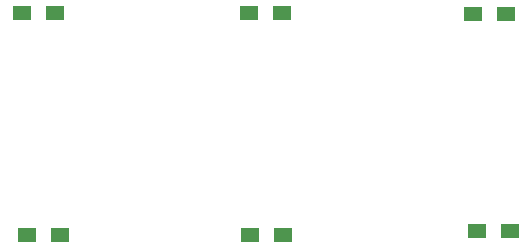
<source format=gtp>
G04 #@! TF.GenerationSoftware,KiCad,Pcbnew,(5.1.5)-3*
G04 #@! TF.CreationDate,2020-07-09T22:20:04+02:00*
G04 #@! TF.ProjectId,2x3_macropad,3278335f-6d61-4637-926f-7061642e6b69,rev?*
G04 #@! TF.SameCoordinates,Original*
G04 #@! TF.FileFunction,Paste,Top*
G04 #@! TF.FilePolarity,Positive*
%FSLAX46Y46*%
G04 Gerber Fmt 4.6, Leading zero omitted, Abs format (unit mm)*
G04 Created by KiCad (PCBNEW (5.1.5)-3) date 2020-07-09 22:20:04*
%MOMM*%
%LPD*%
G04 APERTURE LIST*
%ADD10R,1.600000X1.200000*%
G04 APERTURE END LIST*
D10*
X71600000Y-143600000D03*
X68800000Y-143600000D03*
X69200000Y-162400000D03*
X72000000Y-162400000D03*
X90800000Y-143600000D03*
X88000000Y-143600000D03*
X88100000Y-162400000D03*
X90900000Y-162400000D03*
X109800000Y-143700000D03*
X107000000Y-143700000D03*
X107300000Y-162100000D03*
X110100000Y-162100000D03*
M02*

</source>
